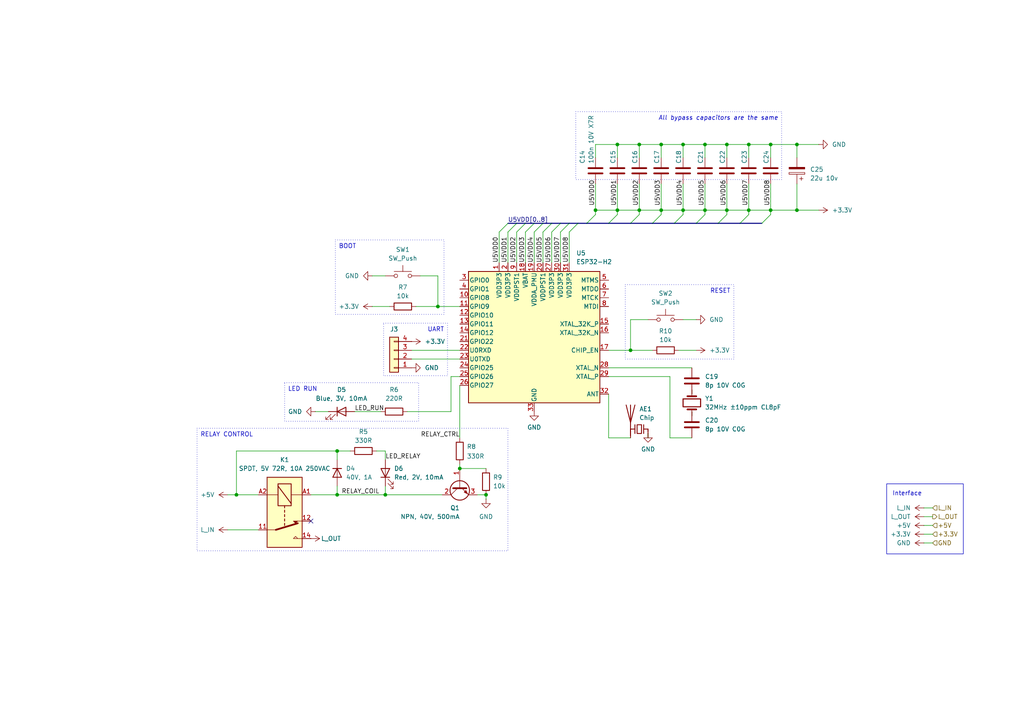
<source format=kicad_sch>
(kicad_sch (version 20250114) (generator "eeschema") (generator_version "9.0")
  (paper "A4")
  (title_block (title "Control unit") (date "2025-05-01") (rev "0.1") (company "SIVAKOV.TECH") (comment 1 "SMD version for manufacturing"))
  (lib_symbols
    (symbol "Connector_Generic:Conn_01x04" (pin_names (offset 1.016) (hide yes))
      (property "Reference" "J" (at 0 5.08 0))
      (property "Value" "Conn_01x04" (at 0 -7.62 0))
      (symbol "Conn_01x04_1_1"
        (rectangle (start -1.27 3.81) (end 1.27 -6.35) (stroke (width 0.254)) (fill (type background)))
        (rectangle (start -1.27 2.667) (end 0 2.413) (stroke (width 0.1524)))
        (rectangle (start -1.27 0.127) (end 0 -0.127) (stroke (width 0.1524)))
        (rectangle (start -1.27 -2.413) (end 0 -2.667) (stroke (width 0.1524)))
        (rectangle (start -1.27 -4.953) (end 0 -5.207) (stroke (width 0.1524)))
        (pin passive line (at -5.08 2.54 0) (length 3.81) (name "Pin_1") (number "1"))
        (pin passive line (at -5.08 0 0) (length 3.81) (name "Pin_2") (number "2"))
        (pin passive line (at -5.08 -2.54 0) (length 3.81) (name "Pin_3") (number "3"))
        (pin passive line (at -5.08 -5.08 0) (length 3.81) (name "Pin_4") (number "4"))
      )
    )
    (symbol "Device:Antenna_Chip" (pin_numbers (hide yes)) (pin_names (offset 1.016) (hide yes))
      (property "Reference" "AE" (at 0 5.08 0))
      (property "Value" "Antenna_Chip" (at 0 3.175 0))
      (symbol "Antenna_Chip_0_1"
        (polyline (pts (xy -2.54 0) (xy -2.54 -0.635)) (stroke (width 0.254)))
        (polyline (pts (xy -2.54 0) (xy -1.27 0)) (stroke (width 0.254)))
        (polyline (pts (xy -1.27 1.27) (xy -1.27 -1.27) (xy -1.27 0)) (stroke (width 0.254)))
        (polyline (pts (xy -0.635 1.27) (xy 0.635 1.27) (xy 0.635 -1.27) (xy -0.635 -1.27) (xy -0.635 1.27)) (stroke (width 0.254)))
        (polyline (pts (xy 1.27 1.27) (xy 1.27 -1.27)) (stroke (width 0.254)))
        (polyline (pts (xy 1.27 0) (xy 2.54 0)) (stroke (width 0.254)))
        (polyline (pts (xy 2.54 6.985) (xy 2.54 -1.905)) (stroke (width 0.254)))
        (polyline (pts (xy 2.54 -0.635) (xy 2.54 0)))
        (polyline (pts (xy 3.81 6.985) (xy 2.54 1.905) (xy 1.27 6.985)) (stroke (width 0.254)))
      )
      (symbol "Antenna_Chip_1_1"
        (pin input line (at -2.54 -2.54 90) (length 2.54) (name "FEED") (number "1"))
        (pin passive line (at 2.54 -2.54 90) (length 2.54) (name "PCB_Trace") (number "2"))
      )
    )
    (symbol "Device:C" (pin_numbers (hide yes)) (pin_names (offset 0.254))
      (property "Reference" "C" (at 0.635 2.54 0))
      (property "Value" "C" (at 0.635 -2.54 0))
      (symbol "C_0_1"
        (polyline (pts (xy -2.032 0.762) (xy 2.032 0.762)) (stroke (width 0.508)))
        (polyline (pts (xy -2.032 -0.762) (xy 2.032 -0.762)) (stroke (width 0.508)))
      )
      (symbol "C_1_1"
        (pin passive line (at 0 3.81 270) (length 2.794) (name "~") (number "1"))
        (pin passive line (at 0 -3.81 90) (length 2.794) (name "~") (number "2"))
      )
    )
    (symbol "Device:C_Polarized" (pin_numbers (hide yes)) (pin_names (offset 0.254))
      (property "Reference" "C" (at 0.635 2.54 0))
      (property "Value" "C_Polarized" (at 0.635 -2.54 0))
      (symbol "C_Polarized_0_1"
        (rectangle (start -2.286 0.508) (end 2.286 1.016))
        (polyline (pts (xy -1.778 2.286) (xy -0.762 2.286)))
        (polyline (pts (xy -1.27 2.794) (xy -1.27 1.778)))
        (rectangle (start 2.286 -0.508) (end -2.286 -1.016) (fill (type outline)))
      )
      (symbol "C_Polarized_1_1"
        (pin passive line (at 0 3.81 270) (length 2.794) (name "~") (number "1"))
        (pin passive line (at 0 -3.81 90) (length 2.794) (name "~") (number "2"))
      )
    )
    (symbol "Device:Crystal" (pin_numbers (hide yes)) (pin_names (offset 1.016) (hide yes))
      (property "Reference" "Y" (at 0 3.81 0))
      (property "Value" "Crystal" (at 0 -3.81 0))
      (symbol "Crystal_0_1"
        (polyline (pts (xy -2.54 0) (xy -1.905 0)))
        (polyline (pts (xy -1.905 -1.27) (xy -1.905 1.27)) (stroke (width 0.508)))
        (rectangle (start -1.143 2.54) (end 1.143 -2.54) (stroke (width 0.3048)))
        (polyline (pts (xy 1.905 -1.27) (xy 1.905 1.27)) (stroke (width 0.508)))
        (polyline (pts (xy 2.54 0) (xy 1.905 0)))
      )
      (symbol "Crystal_1_1"
        (pin passive line (at -3.81 0 0) (length 1.27) (name "1") (number "1"))
        (pin passive line (at 3.81 0 180) (length 1.27) (name "2") (number "2"))
      )
    )
    (symbol "Device:D" (pin_numbers (hide yes)) (pin_names (offset 1.016) (hide yes))
      (property "Reference" "D" (at 0 2.54 0))
      (property "Value" "D" (at 0 -2.54 0))
      (symbol "D_0_1"
        (polyline (pts (xy -1.27 1.27) (xy -1.27 -1.27)) (stroke (width 0.254)))
        (polyline (pts (xy 1.27 1.27) (xy 1.27 -1.27) (xy -1.27 0) (xy 1.27 1.27)) (stroke (width 0.254)))
        (polyline (pts (xy 1.27 0) (xy -1.27 0)))
      )
      (symbol "D_1_1"
        (pin passive line (at -3.81 0 0) (length 2.54) (name "K") (number "1"))
        (pin passive line (at 3.81 0 180) (length 2.54) (name "A") (number "2"))
      )
    )
    (symbol "Device:LED" (pin_numbers (hide yes)) (pin_names (offset 1.016) (hide yes))
      (property "Reference" "D" (at 0 2.54 0))
      (property "Value" "LED" (at 0 -2.54 0))
      (symbol "LED_0_1"
        (polyline (pts (xy -3.048 -0.762) (xy -4.572 -2.286) (xy -3.81 -2.286) (xy -4.572 -2.286) (xy -4.572 -1.524)))
        (polyline (pts (xy -1.778 -0.762) (xy -3.302 -2.286) (xy -2.54 -2.286) (xy -3.302 -2.286) (xy -3.302 -1.524)))
        (polyline (pts (xy -1.27 0) (xy 1.27 0)))
        (polyline (pts (xy -1.27 -1.27) (xy -1.27 1.27)) (stroke (width 0.254)))
        (polyline (pts (xy 1.27 -1.27) (xy 1.27 1.27) (xy -1.27 0) (xy 1.27 -1.27)) (stroke (width 0.254)))
      )
      (symbol "LED_1_1"
        (pin passive line (at -3.81 0 0) (length 2.54) (name "K") (number "1"))
        (pin passive line (at 3.81 0 180) (length 2.54) (name "A") (number "2"))
      )
    )
    (symbol "Device:R" (pin_numbers (hide yes)) (pin_names (offset 0))
      (property "Reference" "R" (at 2.032 0 90))
      (property "Value" "R" (at 0 0 90))
      (symbol "R_0_1"
        (rectangle (start -1.016 -2.54) (end 1.016 2.54) (stroke (width 0.254)))
      )
      (symbol "R_1_1"
        (pin passive line (at 0 3.81 270) (length 1.27) (name "~") (number "1"))
        (pin passive line (at 0 -3.81 90) (length 1.27) (name "~") (number "2"))
      )
    )
    (symbol "KiCadX_MCU_Espressif:ESP32-H2" (pin_names (offset 0.254))
      (property "Reference" "U" (at 12.954 24.384 0))
      (property "Value" "ESP32-H2" (at 12.954 21.844 0))
      (symbol "ESP32-H2_1_1"
        (rectangle (start -19.05 19.05) (end 19.05 -19.05) (stroke (width 0.254)) (fill (type background)))
        (pin bidirectional line (at -21.59 16.51 0) (length 2.54) (name "GPIO0") (number "3"))
        (pin bidirectional line (at -21.59 13.97 0) (length 2.54) (name "GPIO1") (number "4"))
        (pin bidirectional line (at -21.59 11.43 0) (length 2.54) (name "GPIO8") (number "10"))
        (pin bidirectional line (at -21.59 8.89 0) (length 2.54) (name "GPIO9") (number "11"))
        (pin bidirectional line (at -21.59 6.35 0) (length 2.54) (name "GPIO10") (number "12"))
        (pin bidirectional line (at -21.59 3.81 0) (length 2.54) (name "GPIO11") (number "13"))
        (pin bidirectional line (at -21.59 1.27 0) (length 2.54) (name "GPIO12") (number "14"))
        (pin bidirectional line (at -21.59 -1.27 0) (length 2.54) (name "GPIO22") (number "21"))
        (pin bidirectional line (at -21.59 -3.81 0) (length 2.54) (name "U0RXD") (number "22"))
        (pin bidirectional line (at -21.59 -6.35 0) (length 2.54) (name "U0TXD") (number "23"))
        (pin bidirectional line (at -21.59 -8.89 0) (length 2.54) (name "GPIO25") (number "24"))
        (pin bidirectional line (at -21.59 -11.43 0) (length 2.54) (name "GPIO26") (number "25"))
        (pin bidirectional line (at -21.59 -13.97 0) (length 2.54) (name "GPIO27") (number "26"))
        (pin power_in line (at -10.16 21.59 270) (length 2.54) (name "VDD3P3") (number "1"))
        (pin power_in line (at -7.62 21.59 270) (length 2.54) (name "VDD3P3") (number "2"))
        (pin power_in line (at -5.08 21.59 270) (length 2.54) (name "VDDPST1") (number "9"))
        (pin power_in line (at -2.54 21.59 270) (length 2.54) (name "VBAT") (number "18"))
        (pin power_in line (at 0 21.59 270) (length 2.54) (name "VDDA_PMU") (number "19"))
        (pin power_in line (at 0 -21.59 90) (length 2.54) (name "GND") (number "33"))
        (pin power_in line (at 2.54 21.59 270) (length 2.54) (name "VDDPST1") (number "20"))
        (pin power_in line (at 5.08 21.59 270) (length 2.54) (name "VDD3P3") (number "27"))
        (pin power_in line (at 7.62 21.59 270) (length 2.54) (name "VDD3P3") (number "30"))
        (pin power_in line (at 10.16 21.59 270) (length 2.54) (name "VDD3P3") (number "31"))
        (pin bidirectional line (at 21.59 16.51 180) (length 2.54) (name "MTMS") (number "5"))
        (pin bidirectional line (at 21.59 13.97 180) (length 2.54) (name "MTDO") (number "6"))
        (pin bidirectional line (at 21.59 11.43 180) (length 2.54) (name "MTCK") (number "7"))
        (pin bidirectional line (at 21.59 8.89 180) (length 2.54) (name "MTDI") (number "8"))
        (pin input line (at 21.59 3.81 180) (length 2.54) (name "XTAL_32K_P") (number "15"))
        (pin input line (at 21.59 1.27 180) (length 2.54) (name "XTAL_32K_N") (number "16"))
        (pin input line (at 21.59 -3.81 180) (length 2.54) (name "CHIP_EN") (number "17"))
        (pin output line (at 21.59 -8.89 180) (length 2.54) (name "XTAL_N") (number "28"))
        (pin input line (at 21.59 -11.43 180) (length 2.54) (name "XTAL_P") (number "29"))
        (pin passive line (at 21.59 -16.51 180) (length 2.54) (name "ANT") (number "32"))
      )
    )
    (symbol "R_1" (pin_numbers (hide yes)) (pin_names (offset 0))
      (property "Reference" "R" (at 2.032 0 90))
      (property "Value" "R" (at 0 0 90))
      (symbol "R_1_0_1"
        (rectangle (start -1.016 -2.54) (end 1.016 2.54) (stroke (width 0.254)))
      )
      (symbol "R_1_1_1"
        (pin passive line (at 0 3.81 270) (length 1.27) (name "~") (number "1"))
        (pin passive line (at 0 -3.81 90) (length 1.27) (name "~") (number "2"))
      )
    )
    (symbol "Relay:Relay_SPDT"
      (property "Reference" "K" (at 11.43 3.81 0))
      (property "Value" "Relay_SPDT" (at 11.43 1.27 0))
      (symbol "Relay_SPDT_0_0"
        (polyline (pts (xy 7.62 5.08) (xy 7.62 2.54) (xy 6.985 3.175) (xy 7.62 3.81)))
      )
      (symbol "Relay_SPDT_0_1"
        (rectangle (start -10.16 5.08) (end 10.16 -5.08) (stroke (width 0.254)) (fill (type background)))
        (rectangle (start -8.255 1.905) (end -1.905 -1.905) (stroke (width 0.254)))
        (polyline (pts (xy -7.62 -1.905) (xy -2.54 1.905)) (stroke (width 0.254)))
        (polyline (pts (xy -5.08 5.08) (xy -5.08 1.905)))
        (polyline (pts (xy -5.08 -5.08) (xy -5.08 -1.905)))
        (polyline (pts (xy -1.905 0) (xy -1.27 0)) (stroke (width 0.254)))
        (polyline (pts (xy -0.635 0) (xy 0 0)) (stroke (width 0.254)))
        (polyline (pts (xy 0.635 0) (xy 1.27 0)) (stroke (width 0.254)))
        (polyline (pts (xy 1.905 0) (xy 2.54 0)) (stroke (width 0.254)))
        (polyline (pts (xy 2.54 5.08) (xy 2.54 2.54) (xy 3.175 3.175) (xy 2.54 3.81)) (fill (type outline)))
        (polyline (pts (xy 3.175 0) (xy 3.81 0)) (stroke (width 0.254)))
        (polyline (pts (xy 5.08 -2.54) (xy 3.175 3.81)) (stroke (width 0.508)))
        (polyline (pts (xy 5.08 -2.54) (xy 5.08 -5.08)))
      )
      (symbol "Relay_SPDT_1_1"
        (pin passive line (at -5.08 7.62 270) (length 2.54) (name "~") (number "A1"))
        (pin passive line (at -5.08 -7.62 90) (length 2.54) (name "~") (number "A2"))
        (pin passive line (at 2.54 7.62 270) (length 2.54) (name "~") (number "12"))
        (pin passive line (at 5.08 -7.62 90) (length 2.54) (name "~") (number "11"))
        (pin passive line (at 7.62 7.62 270) (length 2.54) (name "~") (number "14"))
      )
    )
    (symbol "Switch:SW_Push" (pin_numbers (hide yes)) (pin_names (offset 1.016) (hide yes))
      (property "Reference" "SW" (at 1.27 2.54 0))
      (property "Value" "SW_Push" (at 0 -1.524 0))
      (symbol "SW_Push_0_1"
        (circle (center -2.032 0) (radius 0.508))
        (polyline (pts (xy 0 1.27) (xy 0 3.048)))
        (circle (center 2.032 0) (radius 0.508))
        (polyline (pts (xy 2.54 1.27) (xy -2.54 1.27)))
        (pin passive line (at -5.08 0 0) (length 2.54) (name "1") (number "1"))
        (pin passive line (at 5.08 0 180) (length 2.54) (name "2") (number "2"))
      )
    )
    (symbol "Transistor_BJT:Q_NPN_BCE" (pin_names (offset 0) (hide yes))
      (property "Reference" "Q" (at 5.08 1.27 0))
      (property "Value" "Q_NPN_BCE" (at 5.08 -1.27 0))
      (symbol "Q_NPN_BCE_0_1"
        (polyline (pts (xy -2.54 0) (xy 0.635 0)))
        (polyline (pts (xy 0.635 1.905) (xy 0.635 -1.905)) (stroke (width 0.508)))
        (circle (center 1.27 0) (radius 2.8194) (stroke (width 0.254)))
      )
      (symbol "Q_NPN_BCE_1_1"
        (polyline (pts (xy 0.635 0.635) (xy 2.54 2.54)))
        (polyline (pts (xy 0.635 -0.635) (xy 2.54 -2.54)))
        (polyline (pts (xy 1.27 -1.778) (xy 1.778 -1.27) (xy 2.286 -2.286) (xy 1.27 -1.778)) (fill (type outline)))
        (pin input line (at -5.08 0 0) (length 2.54) (name "B") (number "1"))
        (pin passive line (at 2.54 5.08 270) (length 2.54) (name "C") (number "2"))
        (pin passive line (at 2.54 -5.08 90) (length 2.54) (name "E") (number "3"))
      )
    )
    (symbol "power:+3.3V" (power) (pin_numbers (hide yes)) (pin_names (offset 0) (hide yes))
      (property "Value" "+3.3V" (at 0 3.556 0))
      (symbol "+3.3V_0_1"
        (polyline (pts (xy -0.762 1.27) (xy 0 2.54)))
        (polyline (pts (xy 0 2.54) (xy 0.762 1.27)))
        (polyline (pts (xy 0 0) (xy 0 2.54)))
      )
      (symbol "+3.3V_1_1"
        (pin power_in line (at 0 0 90) (length 0) (name "~") (number "1"))
      )
    )
    (symbol "power:+5V" (power) (pin_numbers (hide yes)) (pin_names (offset 0) (hide yes))
      (property "Value" "+5V" (at 0 3.556 0))
      (symbol "+5V_0_1"
        (polyline (pts (xy -0.762 1.27) (xy 0 2.54)))
        (polyline (pts (xy 0 2.54) (xy 0.762 1.27)))
        (polyline (pts (xy 0 0) (xy 0 2.54)))
      )
      (symbol "+5V_1_1"
        (pin power_in line (at 0 0 90) (length 0) (name "~") (number "1"))
      )
    )
    (symbol "power:GND" (power) (pin_numbers (hide yes)) (pin_names (offset 0) (hide yes))
      (property "Value" "GND" (at 0 -3.81 0))
      (symbol "GND_0_1"
        (polyline (pts (xy 0 0) (xy 0 -1.27) (xy 1.27 -1.27) (xy 0 -2.54) (xy -1.27 -1.27) (xy 0 -1.27)))
      )
      (symbol "GND_1_1"
        (pin power_in line (at 0 0 270) (length 0) (name "~") (number "1"))
      )
    )
  )
  (rectangle (start 257.175 140.335) (end 279.4 160.655))
  (text "Interface" (at 258.826 142.494 0) (effects (font (size 1.27 1.27)) (justify left top)))
  (text_box "RESET" (at 181.356 82.55 0) (size 31.496 21.59) (margins 0.9525 0.9525 0.9525 0.9525) (stroke (width 0) (type dot)) (effects (font (size 1.27 1.27)) (justify right top)))
  (text_box "All bypass capacitors are the same" (at 167.005 32.385 0) (size 59.69 19.685) (margins 0.9525 0.9525 0.9525 0.9525) (stroke (width 0) (type dot)) (effects (font (size 1.27 1.27) (italic yes)) (justify right top)))
  (text_box "BOOT" (at 97.282 69.596 0) (size 31.496 21.59) (margins 0.9525 0.9525 0.9525 0.9525) (stroke (width 0) (type dot)) (effects (font (size 1.27 1.27)) (justify left top)))
  (text_box "UART" (at 111.252 93.726 0) (size 18.542 15.24) (margins 0.9525 0.9525 0.9525 0.9525) (stroke (width 0) (type dot)) (effects (font (size 1.27 1.27)) (justify right top)))
  (text_box "LED RUN" (at 82.55 110.998 0) (size 38.862 11.176) (margins 0.9525 0.9525 0.9525 0.9525) (stroke (width 0) (type dot)) (effects (font (size 1.27 1.27)) (justify left top)))
  (text_box "RELAY CONTROL" (at 57.15 124.206 0) (size 90.17 35.56) (margins 0.9525 0.9525 0.9525 0.9525) (stroke (width 0) (type dot)) (effects (font (size 1.27 1.27)) (justify left top)))
  (junction (at 172.72 60.96))
  (junction (at 179.07 41.91))
  (junction (at 231.14 41.91))
  (junction (at 179.07 60.96))
  (junction (at 140.97 143.51))
  (junction (at 68.58 143.51))
  (junction (at 204.47 41.91))
  (junction (at 127 88.9))
  (junction (at 97.79 143.51))
  (junction (at 97.79 130.81))
  (junction (at 185.42 60.96))
  (junction (at 198.12 41.91))
  (junction (at 210.82 41.91))
  (junction (at 133.35 135.89))
  (junction (at 223.52 41.91))
  (junction (at 182.88 101.6))
  (junction (at 210.82 60.96))
  (junction (at 191.77 41.91))
  (junction (at 231.14 60.96))
  (junction (at 111.76 143.51))
  (junction (at 217.17 60.96))
  (junction (at 185.42 41.91))
  (junction (at 204.47 60.96))
  (junction (at 223.52 60.96))
  (junction (at 191.77 60.96))
  (junction (at 198.12 60.96))
  (junction (at 217.17 41.91))
  (no_connect (at 90.17 151.13))
  (bus_entry (at 144.78 67.31) (size 2.54 -2.54))
  (bus_entry (at 176.53 64.77) (size 2.54 -2.54))
  (bus_entry (at 154.94 67.31) (size 2.54 -2.54))
  (bus_entry (at 195.58 64.77) (size 2.54 -2.54))
  (bus_entry (at 157.48 67.31) (size 2.54 -2.54))
  (bus_entry (at 152.4 67.31) (size 2.54 -2.54))
  (bus_entry (at 220.98 64.77) (size 2.54 -2.54))
  (bus_entry (at 170.18 64.77) (size 2.54 -2.54))
  (bus_entry (at 182.88 64.77) (size 2.54 -2.54))
  (bus_entry (at 189.23 64.77) (size 2.54 -2.54))
  (bus_entry (at 208.28 64.77) (size 2.54 -2.54))
  (bus_entry (at 162.56 67.31) (size 2.54 -2.54))
  (bus_entry (at 165.1 67.31) (size 2.54 -2.54))
  (bus_entry (at 149.86 67.31) (size 2.54 -2.54))
  (bus_entry (at 201.93 64.77) (size 2.54 -2.54))
  (bus_entry (at 214.63 64.77) (size 2.54 -2.54))
  (bus_entry (at 160.02 67.31) (size 2.54 -2.54))
  (bus_entry (at 147.32 67.31) (size 2.54 -2.54))
  (wire (pts (xy 210.82 53.34) (xy 210.82 60.96)))
  (wire (pts (xy 127 80.01) (xy 127 88.9)))
  (wire (pts (xy 223.52 60.96) (xy 231.14 60.96)))
  (wire (pts (xy 111.76 140.97) (xy 111.76 143.51)))
  (wire (pts (xy 66.04 153.67) (xy 74.93 153.67)))
  (wire (pts (xy 97.79 140.97) (xy 97.79 143.51)))
  (wire (pts (xy 179.07 60.96) (xy 179.07 62.23)))
  (wire (pts (xy 196.85 101.6) (xy 201.93 101.6)))
  (wire (pts (xy 198.12 41.91) (xy 198.12 45.72)))
  (wire (pts (xy 97.79 143.51) (xy 111.76 143.51)))
  (wire (pts (xy 66.04 143.51) (xy 68.58 143.51)))
  (wire (pts (xy 107.95 80.01) (xy 111.76 80.01)))
  (wire (pts (xy 231.14 41.91) (xy 237.49 41.91)))
  (wire (pts (xy 217.17 60.96) (xy 217.17 62.23)))
  (wire (pts (xy 133.35 134.62) (xy 133.35 135.89)))
  (bus (pts (xy 152.4 64.77) (xy 154.94 64.77)))
  (wire (pts (xy 187.96 92.71) (xy 182.88 92.71)))
  (wire (pts (xy 191.77 53.34) (xy 191.77 60.96)))
  (wire (pts (xy 176.53 101.6) (xy 182.88 101.6)))
  (wire (pts (xy 97.79 130.81) (xy 97.79 133.35)))
  (wire (pts (xy 90.17 143.51) (xy 97.79 143.51)))
  (wire (pts (xy 138.43 143.51) (xy 140.97 143.51)))
  (wire (pts (xy 198.12 60.96) (xy 198.12 62.23)))
  (wire (pts (xy 231.14 53.34) (xy 231.14 60.96)))
  (wire (pts (xy 194.31 127) (xy 200.66 127)))
  (wire (pts (xy 267.97 152.4) (xy 270.51 152.4)))
  (wire (pts (xy 217.17 53.34) (xy 217.17 60.96)))
  (wire (pts (xy 91.44 119.38) (xy 95.25 119.38)))
  (wire (pts (xy 121.92 80.01) (xy 127 80.01)))
  (wire (pts (xy 179.07 41.91) (xy 179.07 45.72)))
  (wire (pts (xy 204.47 53.34) (xy 204.47 60.96)))
  (wire (pts (xy 162.56 67.31) (xy 162.56 76.2)))
  (wire (pts (xy 182.88 92.71) (xy 182.88 101.6)))
  (wire (pts (xy 267.97 149.86) (xy 270.51 149.86)))
  (wire (pts (xy 191.77 60.96) (xy 198.12 60.96)))
  (wire (pts (xy 68.58 130.81) (xy 68.58 143.51)))
  (wire (pts (xy 198.12 41.91) (xy 204.47 41.91)))
  (wire (pts (xy 210.82 60.96) (xy 217.17 60.96)))
  (wire (pts (xy 140.97 144.78) (xy 140.97 143.51)))
  (wire (pts (xy 111.76 143.51) (xy 128.27 143.51)))
  (wire (pts (xy 68.58 143.51) (xy 74.93 143.51)))
  (wire (pts (xy 210.82 41.91) (xy 217.17 41.91)))
  (wire (pts (xy 172.72 41.91) (xy 179.07 41.91)))
  (wire (pts (xy 119.38 101.6) (xy 133.35 101.6)))
  (wire (pts (xy 204.47 41.91) (xy 210.82 41.91)))
  (bus (pts (xy 149.86 64.77) (xy 152.4 64.77)))
  (wire (pts (xy 176.53 109.22) (xy 194.31 109.22)))
  (wire (pts (xy 176.53 106.68) (xy 200.66 106.68)))
  (wire (pts (xy 127 88.9) (xy 120.65 88.9)))
  (wire (pts (xy 200.66 120.65) (xy 200.66 119.38)))
  (bus (pts (xy 214.63 64.77) (xy 220.98 64.77)))
  (bus (pts (xy 160.02 64.77) (xy 162.56 64.77)))
  (bus (pts (xy 147.32 64.77) (xy 149.86 64.77)))
  (wire (pts (xy 231.14 60.96) (xy 237.49 60.96)))
  (wire (pts (xy 191.77 41.91) (xy 198.12 41.91)))
  (wire (pts (xy 97.79 130.81) (xy 101.6 130.81)))
  (wire (pts (xy 113.03 88.9) (xy 107.95 88.9)))
  (wire (pts (xy 165.1 67.31) (xy 165.1 76.2)))
  (wire (pts (xy 109.22 130.81) (xy 111.76 130.81)))
  (wire (pts (xy 217.17 60.96) (xy 223.52 60.96)))
  (wire (pts (xy 201.93 92.71) (xy 198.12 92.71)))
  (bus (pts (xy 189.23 64.77) (xy 195.58 64.77)))
  (wire (pts (xy 172.72 41.91) (xy 172.72 45.72)))
  (wire (pts (xy 182.88 101.6) (xy 189.23 101.6)))
  (wire (pts (xy 204.47 41.91) (xy 204.47 45.72)))
  (wire (pts (xy 179.07 53.34) (xy 179.07 60.96)))
  (wire (pts (xy 147.32 67.31) (xy 147.32 76.2)))
  (wire (pts (xy 111.76 130.81) (xy 111.76 133.35)))
  (wire (pts (xy 204.47 60.96) (xy 204.47 62.23)))
  (bus (pts (xy 208.28 64.77) (xy 214.63 64.77)))
  (wire (pts (xy 176.53 114.3) (xy 176.53 127)))
  (bus (pts (xy 176.53 64.77) (xy 182.88 64.77)))
  (wire (pts (xy 185.42 60.96) (xy 185.42 62.23)))
  (wire (pts (xy 130.81 109.22) (xy 130.81 119.38)))
  (bus (pts (xy 162.56 64.77) (xy 165.1 64.77)))
  (wire (pts (xy 149.86 67.31) (xy 149.86 76.2)))
  (bus (pts (xy 182.88 64.77) (xy 189.23 64.77)))
  (bus (pts (xy 170.18 64.77) (xy 176.53 64.77)))
  (wire (pts (xy 133.35 135.89) (xy 140.97 135.89)))
  (wire (pts (xy 172.72 53.34) (xy 172.72 60.96)))
  (wire (pts (xy 172.72 60.96) (xy 179.07 60.96)))
  (bus (pts (xy 195.58 64.77) (xy 201.93 64.77)))
  (wire (pts (xy 185.42 60.96) (xy 191.77 60.96)))
  (wire (pts (xy 191.77 41.91) (xy 191.77 45.72)))
  (wire (pts (xy 198.12 53.34) (xy 198.12 60.96)))
  (wire (pts (xy 267.97 147.32) (xy 270.51 147.32)))
  (wire (pts (xy 223.52 41.91) (xy 231.14 41.91)))
  (wire (pts (xy 217.17 41.91) (xy 217.17 45.72)))
  (wire (pts (xy 267.97 157.48) (xy 270.51 157.48)))
  (wire (pts (xy 223.52 60.96) (xy 223.52 62.23)))
  (wire (pts (xy 179.07 41.91) (xy 185.42 41.91)))
  (wire (pts (xy 160.02 67.31) (xy 160.02 76.2)))
  (wire (pts (xy 204.47 60.96) (xy 210.82 60.96)))
  (bus (pts (xy 157.48 64.77) (xy 160.02 64.77)))
  (wire (pts (xy 119.38 104.14) (xy 133.35 104.14)))
  (wire (pts (xy 223.52 41.91) (xy 223.52 45.72)))
  (wire (pts (xy 157.48 67.31) (xy 157.48 76.2)))
  (bus (pts (xy 201.93 64.77) (xy 208.28 64.77)))
  (wire (pts (xy 185.42 41.91) (xy 185.42 45.72)))
  (wire (pts (xy 176.53 127) (xy 182.88 127)))
  (wire (pts (xy 152.4 67.31) (xy 152.4 76.2)))
  (wire (pts (xy 172.72 60.96) (xy 172.72 62.23)))
  (wire (pts (xy 200.66 113.03) (xy 200.66 114.3)))
  (wire (pts (xy 191.77 60.96) (xy 191.77 62.23)))
  (wire (pts (xy 217.17 41.91) (xy 223.52 41.91)))
  (bus (pts (xy 165.1 64.77) (xy 167.64 64.77)))
  (wire (pts (xy 133.35 88.9) (xy 127 88.9)))
  (bus (pts (xy 154.94 64.77) (xy 157.48 64.77)))
  (bus (pts (xy 167.64 64.77) (xy 170.18 64.77)))
  (wire (pts (xy 133.35 111.76) (xy 133.35 127)))
  (wire (pts (xy 231.14 41.91) (xy 231.14 45.72)))
  (wire (pts (xy 194.31 109.22) (xy 194.31 127)))
  (wire (pts (xy 144.78 67.31) (xy 144.78 76.2)))
  (wire (pts (xy 198.12 60.96) (xy 204.47 60.96)))
  (wire (pts (xy 210.82 41.91) (xy 210.82 45.72)))
  (wire (pts (xy 179.07 60.96) (xy 185.42 60.96)))
  (wire (pts (xy 154.94 67.31) (xy 154.94 76.2)))
  (wire (pts (xy 210.82 60.96) (xy 210.82 62.23)))
  (wire (pts (xy 185.42 53.34) (xy 185.42 60.96)))
  (wire (pts (xy 187.96 127) (xy 187.96 125.73)))
  (wire (pts (xy 185.42 41.91) (xy 191.77 41.91)))
  (wire (pts (xy 223.52 60.96) (xy 223.52 53.34)))
  (wire (pts (xy 102.87 119.38) (xy 110.49 119.38)))
  (wire (pts (xy 68.58 130.81) (xy 97.79 130.81)))
  (wire (pts (xy 267.97 154.94) (xy 270.51 154.94)))
  (wire (pts (xy 130.81 109.22) (xy 133.35 109.22)))
  (wire (pts (xy 118.11 119.38) (xy 130.81 119.38)))
  (label "${/e6db0464-d5ed-455b-a2e6-781edb73e811/edecc3f9-a7b9-410f-8550-e60d1ac272ad/758f794a-fa4d-451c-bf0b-12229bccd962:REFERENCE}VDD8" (at 223.52 59.69 90))
  (label "RELAY_COIL" (at 99.06 143.51 0))
  (label "${/e6db0464-d5ed-455b-a2e6-781edb73e811/edecc3f9-a7b9-410f-8550-e60d1ac272ad/758f794a-fa4d-451c-bf0b-12229bccd962:REFERENCE}VDD0" (at 172.72 59.69 90))
  (label "${/e6db0464-d5ed-455b-a2e6-781edb73e811/edecc3f9-a7b9-410f-8550-e60d1ac272ad/758f794a-fa4d-451c-bf0b-12229bccd962:REFERENCE}VDD4" (at 154.94 76.2 90))
  (label "${/e6db0464-d5ed-455b-a2e6-781edb73e811/edecc3f9-a7b9-410f-8550-e60d1ac272ad/758f794a-fa4d-451c-bf0b-12229bccd962:REFERENCE}VDD0" (at 144.78 76.2 90))
  (label "U5VDD[0..8]" (at 147.32 64.77 0))
  (label "LED_RELAY" (at 111.76 133.35 0))
  (label "${/e6db0464-d5ed-455b-a2e6-781edb73e811/edecc3f9-a7b9-410f-8550-e60d1ac272ad/758f794a-fa4d-451c-bf0b-12229bccd962:REFERENCE}VDD7" (at 217.17 59.69 90))
  (label "${/e6db0464-d5ed-455b-a2e6-781edb73e811/edecc3f9-a7b9-410f-8550-e60d1ac272ad/758f794a-fa4d-451c-bf0b-12229bccd962:REFERENCE}VDD3" (at 191.77 59.69 90))
  (label "${/e6db0464-d5ed-455b-a2e6-781edb73e811/edecc3f9-a7b9-410f-8550-e60d1ac272ad/758f794a-fa4d-451c-bf0b-12229bccd962:REFERENCE}VDD2" (at 149.86 76.2 90))
  (label "RELAY_CTRL" (at 133.35 127 180))
  (label "${/e6db0464-d5ed-455b-a2e6-781edb73e811/edecc3f9-a7b9-410f-8550-e60d1ac272ad/758f794a-fa4d-451c-bf0b-12229bccd962:REFERENCE}VDD6" (at 160.02 76.2 90))
  (label "${/e6db0464-d5ed-455b-a2e6-781edb73e811/edecc3f9-a7b9-410f-8550-e60d1ac272ad/758f794a-fa4d-451c-bf0b-12229bccd962:REFERENCE}VDD3" (at 152.4 76.2 90))
  (label "${/e6db0464-d5ed-455b-a2e6-781edb73e811/edecc3f9-a7b9-410f-8550-e60d1ac272ad/758f794a-fa4d-451c-bf0b-12229bccd962:REFERENCE}VDD7" (at 162.56 76.2 90))
  (label "LED_RUN" (at 102.87 119.38 0))
  (label "${/e6db0464-d5ed-455b-a2e6-781edb73e811/edecc3f9-a7b9-410f-8550-e60d1ac272ad/758f794a-fa4d-451c-bf0b-12229bccd962:REFERENCE}VDD1" (at 147.32 76.2 90))
  (label "${/e6db0464-d5ed-455b-a2e6-781edb73e811/edecc3f9-a7b9-410f-8550-e60d1ac272ad/758f794a-fa4d-451c-bf0b-12229bccd962:REFERENCE}VDD6" (at 210.82 59.69 90))
  (label "${/e6db0464-d5ed-455b-a2e6-781edb73e811/edecc3f9-a7b9-410f-8550-e60d1ac272ad/758f794a-fa4d-451c-bf0b-12229bccd962:REFERENCE}VDD4" (at 198.12 59.69 90))
  (label "${/e6db0464-d5ed-455b-a2e6-781edb73e811/edecc3f9-a7b9-410f-8550-e60d1ac272ad/758f794a-fa4d-451c-bf0b-12229bccd962:REFERENCE}VDD2" (at 185.42 59.69 90))
  (label "${/e6db0464-d5ed-455b-a2e6-781edb73e811/edecc3f9-a7b9-410f-8550-e60d1ac272ad/758f794a-fa4d-451c-bf0b-12229bccd962:REFERENCE}VDD5" (at 204.47 59.69 90))
  (label "${/e6db0464-d5ed-455b-a2e6-781edb73e811/edecc3f9-a7b9-410f-8550-e60d1ac272ad/758f794a-fa4d-451c-bf0b-12229bccd962:REFERENCE}VDD8" (at 165.1 76.2 90))
  (label "${/e6db0464-d5ed-455b-a2e6-781edb73e811/edecc3f9-a7b9-410f-8550-e60d1ac272ad/758f794a-fa4d-451c-bf0b-12229bccd962:REFERENCE}VDD5" (at 157.48 76.2 90))
  (label "${/e6db0464-d5ed-455b-a2e6-781edb73e811/edecc3f9-a7b9-410f-8550-e60d1ac272ad/758f794a-fa4d-451c-bf0b-12229bccd962:REFERENCE}VDD1" (at 179.07 59.69 90))
  (hierarchical_label "+5V" (shape input) (at 270.51 152.4 0))
  (hierarchical_label "+3.3V" (shape input) (at 270.51 154.94 0))
  (hierarchical_label "GND" (shape input) (at 270.51 157.48 0))
  (hierarchical_label "L_IN" (shape input) (at 270.51 147.32 0))
  (hierarchical_label "L_OUT" (shape output) (at 270.51 149.86 0))
  (symbol (lib_id "power:GND") (at 140.97 144.78 0) (unit 1)
    (property "Reference" "#PWR036" (effects (hide yes)))
    (property "Value" "GND" (at 140.97 149.86 0))
    (property "Description" "Power symbol creates a global label with name \"GND\" , ground" (effects (hide yes)))
  )
  (symbol (lib_id "power:+3.3V") (at 107.95 88.9 90) (mirror x) (unit 1)
    (property "Reference" "#PWR033" (effects (hide yes)))
    (property "Value" "+3.3V" (at 104.14 88.8999 90) (effects (justify left)))
    (property "Description" "Power symbol creates a global label with name \"+3.3V\"" (effects (hide yes)))
  )
  (symbol (lib_id "Device:C") (at 172.72 49.53 0) (unit 1)
    (property "Reference" "C14" (at 168.91 47.498 90) (effects (justify left)))
    (property "Value" "100n 10V X7R" (at 171.45 47.498 90) (effects (justify left)))
    (property "Description" "Unpolarized capacitor" (effects (hide yes)))
  )
  (symbol (lib_id "Device:C") (at 200.66 123.19 0) (unit 1)
    (property "Reference" "C20" (at 204.47 121.9199 0) (effects (justify left)))
    (property "Value" "8p 10V C0G" (at 204.47 124.4599 0) (effects (justify left)))
    (property "Description" "Unpolarized capacitor" (effects (hide yes)))
  )
  (symbol (lib_id "Transistor_BJT:Q_NPN_BCE") (at 133.35 140.97 90) (mirror x) (unit 1)
    (property "Reference" "Q1" (at 133.35 147.32 90) (effects (justify left)))
    (property "Value" "NPN, 40V, 500mA" (at 133.35 149.86 90) (effects (justify left)))
    (property "Footprint" "Package_TO_SOT_THT:TO-92_Inline_Wide" (effects (hide yes)))
    (property "Description" "NPN transistor, base/collector/emitter" (effects (hide yes)))
  )
  (symbol (lib_id "Device:C") (at 204.47 49.53 0) (unit 1)
    (property "Reference" "C21" (at 203.2 47.498 90) (effects (justify left)))
    (property "Value" "100n 10V X7R" (effects (hide yes)))
    (property "Description" "Unpolarized capacitor" (effects (hide yes)))
  )
  (symbol (lib_id "Device:C") (at 210.82 49.53 0) (unit 1)
    (property "Reference" "C22" (at 209.55 47.498 90) (effects (justify left)))
    (property "Value" "100n 10V X7R" (effects (hide yes)))
    (property "Description" "Unpolarized capacitor" (effects (hide yes)))
  )
  (symbol (lib_name "R_1") (lib_id "Device:R") (at 193.04 101.6 90) (unit 1)
    (property "Reference" "R10" (at 193.04 96.012 90))
    (property "Value" "10k" (at 193.04 98.552 90))
    (property "Footprint" "Resistor_THT:R_Axial_DIN0207_L6.3mm_D2.5mm_P7.62mm_Horizontal" (effects (hide yes)))
    (property "Description" "Resistor" (effects (hide yes)))
  )
  (symbol (lib_id "Device:LED") (at 111.76 137.16 90) (unit 1)
    (property "Reference" "D6" (at 114.3 135.89 90) (effects (justify right)))
    (property "Value" "Red, 2V, 10mA" (at 114.3 138.43 90) (effects (justify right)))
    (property "Footprint" "LED_THT:LED_D3.0mm" (effects (hide yes)))
    (property "Description" "Light emitting diode" (effects (hide yes)))
    (property "Sim.Pins" "1=K 2=A" (effects (hide yes)))
  )
  (symbol (lib_id "power:+5V") (at 66.04 153.67 90) (unit 1)
    (property "Reference" "#PWR029" (effects (hide yes)))
    (property "Value" "L_IN" (at 60.198 153.67 90))
    (property "Description" "Power symbol creates a global label with name \"+5V\"" (effects (hide yes)))
  )
  (symbol (lib_id "power:GND") (at 119.38 106.68 90) (mirror x) (unit 1)
    (property "Reference" "#PWR035" (effects (hide yes)))
    (property "Value" "GND" (at 123.19 106.6801 90) (effects (justify right)))
    (property "Description" "Power symbol creates a global label with name \"GND\" , ground" (effects (hide yes)))
  )
  (symbol (lib_id "power:+3.3V") (at 237.49 60.96 270) (unit 1)
    (property "Reference" "#PWR042" (effects (hide yes)))
    (property "Value" "+3.3V" (at 241.3 60.9599 90) (effects (justify left)))
    (property "Description" "Power symbol creates a global label with name \"+3.3V\"" (effects (hide yes)))
  )
  (symbol (lib_id "Switch:SW_Push") (at 116.84 80.01 0) (mirror y) (unit 1)
    (property "Reference" "SW1" (at 116.84 72.39 0))
    (property "Value" "SW_Push" (at 116.84 74.93 0))
    (property "Description" "Push button switch, generic, two pins" (effects (hide yes)))
  )
  (symbol (lib_id "power:+5V") (at 66.04 143.51 90) (unit 1)
    (property "Reference" "#PWR028" (effects (hide yes)))
    (property "Value" "+5V" (at 62.23 143.5099 90) (effects (justify left)))
    (property "Description" "Power symbol creates a global label with name \"+5V\"" (effects (hide yes)))
  )
  (symbol (lib_id "power:+5V") (at 267.97 149.86 90) (unit 1)
    (property "Reference" "#PWR044" (effects (hide yes)))
    (property "Value" "L_OUT" (at 264.16 149.8599 90) (effects (justify left)))
    (property "Description" "Power symbol creates a global label with name \"+5V\"" (effects (hide yes)))
  )
  (symbol (lib_id "power:GND") (at 201.93 92.71 90) (unit 1)
    (property "Reference" "#PWR039" (effects (hide yes)))
    (property "Value" "GND" (at 205.74 92.7099 90) (effects (justify right)))
    (property "Description" "Power symbol creates a global label with name \"GND\" , ground" (effects (hide yes)))
  )
  (symbol (lib_id "power:+5V") (at 267.97 154.94 90) (unit 1)
    (property "Reference" "#PWR046" (effects (hide yes)))
    (property "Value" "+3.3V" (at 264.16 154.9399 90) (effects (justify left)))
    (property "Description" "Power symbol creates a global label with name \"+5V\"" (effects (hide yes)))
  )
  (symbol (lib_id "power:+5V") (at 267.97 152.4 90) (unit 1)
    (property "Reference" "#PWR045" (effects (hide yes)))
    (property "Value" "+5V" (at 264.16 152.3999 90) (effects (justify left)))
    (property "Description" "Power symbol creates a global label with name \"+5V\"" (effects (hide yes)))
  )
  (symbol (lib_name "R_1") (lib_id "Device:R") (at 105.41 130.81 90) (unit 1)
    (property "Reference" "R5" (at 105.41 125.222 90))
    (property "Value" "330R" (at 105.41 127.762 90))
    (property "Footprint" "Resistor_THT:R_Axial_DIN0207_L6.3mm_D2.5mm_P7.62mm_Horizontal" (effects (hide yes)))
    (property "Description" "Resistor" (effects (hide yes)))
  )
  (symbol (lib_id "Device:D") (at 97.79 137.16 270) (unit 1)
    (property "Reference" "D4" (at 100.33 135.8899 90) (effects (justify left)))
    (property "Value" "40V, 1A" (at 100.33 138.4299 90) (effects (justify left)))
    (property "Footprint" "Diode_THT:D_DO-41_SOD81_P10.16mm_Horizontal" (effects (hide yes)))
    (property "Description" "Diode" (effects (hide yes)))
    (property "Sim.Device" "D" (effects (hide yes)))
    (property "Sim.Pins" "1=K 2=A" (effects (hide yes)))
  )
  (symbol (lib_id "Device:C") (at 179.07 49.53 0) (unit 1)
    (property "Reference" "C15" (at 177.8 47.498 90) (effects (justify left)))
    (property "Value" "100n 10V X7R" (effects (hide yes)))
    (property "Description" "Unpolarized capacitor" (effects (hide yes)))
  )
  (symbol (lib_name "R_1") (lib_id "Device:R") (at 114.3 119.38 90) (unit 1)
    (property "Reference" "R6" (at 114.3 113.03 90))
    (property "Value" "220R" (at 114.3 115.57 90))
    (property "Footprint" "Resistor_THT:R_Axial_DIN0207_L6.3mm_D2.5mm_P7.62mm_Horizontal" (effects (hide yes)))
    (property "Description" "Resistor" (effects (hide yes)))
  )
  (symbol (lib_id "Relay:Relay_SPDT") (at 82.55 148.59 270) (unit 1)
    (property "Reference" "K1" (at 82.55 133.35 90))
    (property "Value" "SPDT, 5V 72R, 10A 250VAC" (at 82.55 135.89 90))
    (property "Footprint" "KiCadX_Relays_THT:Relay_SPDT_Relpol-RM51" (effects (hide yes)))
    (property "Description" "Relay SPDT, monostable, EN50005" (effects (hide yes)))
  )
  (symbol (lib_id "Device:LED") (at 99.06 119.38 0) (unit 1)
    (property "Reference" "D5" (at 99.06 113.03 0))
    (property "Value" "Blue, 3V, 10mA" (at 99.06 115.57 0))
    (property "Footprint" "LED_THT:LED_D3.0mm" (effects (hide yes)))
    (property "Description" "Light emitting diode" (effects (hide yes)))
    (property "Sim.Pins" "1=K 2=A" (effects (hide yes)))
  )
  (symbol (lib_id "KiCadX_MCU_Espressif:ESP32-H2") (at 154.94 97.79 0) (unit 1)
    (property "Reference" "U5" (at 167.132 73.406 0) (effects (justify left)))
    (property "Value" "ESP32-H2" (at 167.132 75.946 0) (effects (justify left)))
    (property "Footprint" "KiCadX_MCU_Espressif:TQFN_32_1EP_4x4mm_P0.4mm_EP2.6x2.6mm_Standard" (effects (hide yes)))
    (property "Datasheet" "${KICADX_LIBS}/datasheets/esp32-h2.pdf" (effects (hide yes)))
    (property "Description" "2.4 GHz IEEE 802.15.4 + BLE 5 LE MCU, 32-bit RISC-V, 32 GPIO, QFN3" (effects (hide yes)))
  )
  (symbol (lib_id "Device:C_Polarized") (at 231.14 49.53 180) (unit 1)
    (property "Reference" "C25" (at 234.95 49.1489 0) (effects (justify right)))
    (property "Value" "22u 10v" (at 234.95 51.6889 0) (effects (justify right)))
    (property "Description" "Polarized capacitor" (effects (hide yes)))
  )
  (symbol (lib_id "power:GND") (at 237.49 41.91 90) (unit 1)
    (property "Reference" "#PWR041" (effects (hide yes)))
    (property "Value" "GND" (at 241.3 41.9099 90) (effects (justify right)))
    (property "Description" "Power symbol creates a global label with name \"GND\" , ground" (effects (hide yes)))
  )
  (symbol (lib_id "Device:Antenna_Chip") (at 185.42 124.46 0) (mirror y) (unit 1)
    (property "Reference" "AE1" (at 185.42 118.618 0) (effects (justify right)))
    (property "Value" "Chip" (at 185.42 121.158 0) (effects (justify right)))
    (property "Description" "Ceramic chip antenna with pin for PCB trace" (effects (hide yes)))
  )
  (symbol (lib_id "Device:C") (at 191.77 49.53 0) (unit 1)
    (property "Reference" "C17" (at 190.5 47.498 90) (effects (justify left)))
    (property "Value" "100n 10V X7R" (effects (hide yes)))
    (property "Description" "Unpolarized capacitor" (effects (hide yes)))
  )
  (symbol (lib_id "Device:C") (at 200.66 110.49 0) (unit 1)
    (property "Reference" "C19" (at 204.47 109.2199 0) (effects (justify left)))
    (property "Value" "8p 10V C0G" (at 204.47 111.7599 0) (effects (justify left)))
    (property "Description" "Unpolarized capacitor" (effects (hide yes)))
  )
  (symbol (lib_id "Connector_Generic:Conn_01x04") (at 114.3 104.14 180) (unit 1)
    (property "Reference" "J3" (at 114.3 95.504 0))
    (property "Value" "UART" (effects (hide yes)))
    (property "Description" "Generic connector, single row, 01x04, script generated (kicad-library-utils/schlib/autogen/connector/)" (effects (hide yes)))
  )
  (symbol (lib_id "Device:R") (at 140.97 139.7 0) (unit 1)
    (property "Reference" "R9" (at 143.002 138.43 0) (effects (justify left)))
    (property "Value" "10k" (at 143.002 140.97 0) (effects (justify left)))
    (property "Footprint" "Resistor_THT:R_Axial_DIN0207_L6.3mm_D2.5mm_P7.62mm_Horizontal" (effects (hide yes)))
    (property "Description" "Resistor" (effects (hide yes)))
  )
  (symbol (lib_id "power:+3.3V") (at 201.93 101.6 270) (unit 1)
    (property "Reference" "#PWR040" (effects (hide yes)))
    (property "Value" "+3.3V" (at 205.74 101.5999 90) (effects (justify left)))
    (property "Description" "Power symbol creates a global label with name \"+3.3V\"" (effects (hide yes)))
  )
  (symbol (lib_id "Device:C") (at 185.42 49.53 0) (unit 1)
    (property "Reference" "C16" (at 184.15 47.498 90) (effects (justify left)))
    (property "Value" "100n 10V X7R" (effects (hide yes)))
    (property "Description" "Unpolarized capacitor" (effects (hide yes)))
  )
  (symbol (lib_id "power:GND") (at 187.96 125.73 0) (unit 1)
    (property "Reference" "#PWR038" (effects (hide yes)))
    (property "Value" "GND" (at 187.96 130.302 0))
    (property "Description" "Power symbol creates a global label with name \"GND\" , ground" (effects (hide yes)))
  )
  (symbol (lib_id "power:+5V") (at 90.17 156.21 270) (unit 1)
    (property "Reference" "#PWR030" (effects (hide yes)))
    (property "Value" "L_OUT" (at 96.012 156.21 90))
    (property "Description" "Power symbol creates a global label with name \"+5V\"" (effects (hide yes)))
  )
  (symbol (lib_id "power:GND") (at 107.95 80.01 270) (mirror x) (unit 1)
    (property "Reference" "#PWR032" (effects (hide yes)))
    (property "Value" "GND" (at 104.14 80.0099 90) (effects (justify right)))
    (property "Description" "Power symbol creates a global label with name \"GND\" , ground" (effects (hide yes)))
  )
  (symbol (lib_id "Device:Crystal") (at 200.66 116.84 90) (unit 1)
    (property "Reference" "Y1" (at 204.47 115.5699 90) (effects (justify right)))
    (property "Value" "32MHz ±10ppm CL8pF" (at 204.47 118.1099 90) (effects (justify right)))
    (property "Description" "Two pin crystal" (effects (hide yes)))
  )
  (symbol (lib_name "R_1") (lib_id "Device:R") (at 116.84 88.9 270) (mirror x) (unit 1)
    (property "Reference" "R7" (at 116.84 83.312 90))
    (property "Value" "10k" (at 116.84 85.852 90))
    (property "Footprint" "Resistor_THT:R_Axial_DIN0207_L6.3mm_D2.5mm_P7.62mm_Horizontal" (effects (hide yes)))
    (property "Description" "Resistor" (effects (hide yes)))
  )
  (symbol (lib_id "Device:R") (at 133.35 130.81 0) (unit 1)
    (property "Reference" "R8" (at 135.382 129.54 0) (effects (justify left)))
    (property "Value" "330R" (at 135.382 132.334 0) (effects (justify left)))
    (property "Footprint" "Resistor_THT:R_Axial_DIN0207_L6.3mm_D2.5mm_P7.62mm_Horizontal" (effects (hide yes)))
    (property "Description" "Resistor" (effects (hide yes)))
  )
  (symbol (lib_id "power:+5V") (at 267.97 147.32 90) (unit 1)
    (property "Reference" "#PWR043" (effects (hide yes)))
    (property "Value" "L_IN" (at 264.16 147.3199 90) (effects (justify left)))
    (property "Description" "Power symbol creates a global label with name \"+5V\"" (effects (hide yes)))
  )
  (symbol (lib_id "power:GND") (at 154.94 119.38 0) (unit 1)
    (property "Reference" "#PWR037" (effects (hide yes)))
    (property "Value" "GND" (at 154.94 123.952 0))
    (property "Description" "Power symbol creates a global label with name \"GND\" , ground" (effects (hide yes)))
  )
  (symbol (lib_id "power:GND") (at 91.44 119.38 270) (unit 1)
    (property "Reference" "#PWR031" (effects (hide yes)))
    (property "Value" "GND" (at 87.63 119.3799 90) (effects (justify right)))
    (property "Description" "Power symbol creates a global label with name \"GND\" , ground" (effects (hide yes)))
  )
  (symbol (lib_id "Device:C") (at 223.52 49.53 0) (unit 1)
    (property "Reference" "C24" (at 222.25 47.498 90) (effects (justify left)))
    (property "Value" "100n 10V X7R" (effects (hide yes)))
    (property "Description" "Unpolarized capacitor" (effects (hide yes)))
  )
  (symbol (lib_id "Switch:SW_Push") (at 193.04 92.71 0) (unit 1)
    (property "Reference" "SW2" (at 193.04 85.09 0))
    (property "Value" "SW_Push" (at 193.04 87.63 0))
    (property "Description" "Push button switch, generic, two pins" (effects (hide yes)))
  )
  (symbol (lib_id "Device:C") (at 198.12 49.53 0) (unit 1)
    (property "Reference" "C18" (at 196.85 47.498 90) (effects (justify left)))
    (property "Value" "100n 10V X7R" (effects (hide yes)))
    (property "Description" "Unpolarized capacitor" (effects (hide yes)))
  )
  (symbol (lib_id "power:+5V") (at 267.97 157.48 90) (unit 1)
    (property "Reference" "#PWR047" (effects (hide yes)))
    (property "Value" "GND" (at 264.16 157.4799 90) (effects (justify left)))
    (property "Description" "Power symbol creates a global label with name \"+5V\"" (effects (hide yes)))
  )
  (symbol (lib_id "power:+3.3V") (at 119.38 99.06 270) (mirror x) (unit 1)
    (property "Reference" "#PWR034" (effects (hide yes)))
    (property "Value" "+3.3V" (at 123.19 99.0599 90) (effects (justify left)))
    (property "Description" "Power symbol creates a global label with name \"+3.3V\"" (effects (hide yes)))
  )
  (symbol (lib_id "Device:C") (at 217.17 49.53 0) (unit 1)
    (property "Reference" "C23" (at 215.9 47.498 90) (effects (justify left)))
    (property "Value" "100n 10V X7R" (effects (hide yes)))
    (property "Description" "Unpolarized capacitor" (effects (hide yes)))
  )
)
</source>
